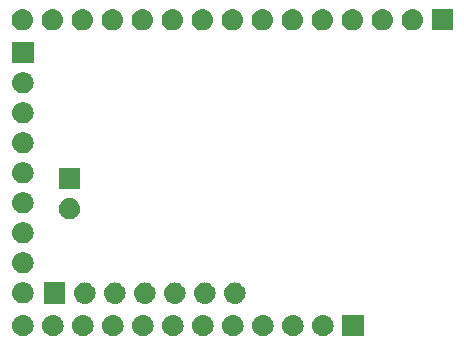
<source format=gbs>
G04 #@! TF.GenerationSoftware,KiCad,Pcbnew,5.0.2-bee76a0~70~ubuntu14.04.1*
G04 #@! TF.CreationDate,2018-12-07T19:13:15-07:00*
G04 #@! TF.ProjectId,sram-addon,7372616d-2d61-4646-946f-6e2e6b696361,rev?*
G04 #@! TF.SameCoordinates,Original*
G04 #@! TF.FileFunction,Soldermask,Bot*
G04 #@! TF.FilePolarity,Negative*
%FSLAX46Y46*%
G04 Gerber Fmt 4.6, Leading zero omitted, Abs format (unit mm)*
G04 Created by KiCad (PCBNEW 5.0.2-bee76a0~70~ubuntu14.04.1) date Fri 07 Dec 2018 07:13:15 PM MST*
%MOMM*%
%LPD*%
G01*
G04 APERTURE LIST*
%ADD10C,0.100000*%
G04 APERTURE END LIST*
D10*
G36*
X109460442Y-100205518D02*
X109526627Y-100212037D01*
X109639853Y-100246384D01*
X109696467Y-100263557D01*
X109835087Y-100337652D01*
X109852991Y-100347222D01*
X109888729Y-100376552D01*
X109990186Y-100459814D01*
X110073448Y-100561271D01*
X110102778Y-100597009D01*
X110102779Y-100597011D01*
X110186443Y-100753533D01*
X110186443Y-100753534D01*
X110237963Y-100923373D01*
X110255359Y-101100000D01*
X110237963Y-101276627D01*
X110203616Y-101389853D01*
X110186443Y-101446467D01*
X110112348Y-101585087D01*
X110102778Y-101602991D01*
X110073448Y-101638729D01*
X109990186Y-101740186D01*
X109888729Y-101823448D01*
X109852991Y-101852778D01*
X109852989Y-101852779D01*
X109696467Y-101936443D01*
X109639853Y-101953616D01*
X109526627Y-101987963D01*
X109460442Y-101994482D01*
X109394260Y-102001000D01*
X109305740Y-102001000D01*
X109239558Y-101994482D01*
X109173373Y-101987963D01*
X109060147Y-101953616D01*
X109003533Y-101936443D01*
X108847011Y-101852779D01*
X108847009Y-101852778D01*
X108811271Y-101823448D01*
X108709814Y-101740186D01*
X108626552Y-101638729D01*
X108597222Y-101602991D01*
X108587652Y-101585087D01*
X108513557Y-101446467D01*
X108496384Y-101389853D01*
X108462037Y-101276627D01*
X108444641Y-101100000D01*
X108462037Y-100923373D01*
X108513557Y-100753534D01*
X108513557Y-100753533D01*
X108597221Y-100597011D01*
X108597222Y-100597009D01*
X108626552Y-100561271D01*
X108709814Y-100459814D01*
X108811271Y-100376552D01*
X108847009Y-100347222D01*
X108864913Y-100337652D01*
X109003533Y-100263557D01*
X109060147Y-100246384D01*
X109173373Y-100212037D01*
X109239558Y-100205518D01*
X109305740Y-100199000D01*
X109394260Y-100199000D01*
X109460442Y-100205518D01*
X109460442Y-100205518D01*
G37*
G36*
X134860442Y-100205518D02*
X134926627Y-100212037D01*
X135039853Y-100246384D01*
X135096467Y-100263557D01*
X135235087Y-100337652D01*
X135252991Y-100347222D01*
X135288729Y-100376552D01*
X135390186Y-100459814D01*
X135473448Y-100561271D01*
X135502778Y-100597009D01*
X135502779Y-100597011D01*
X135586443Y-100753533D01*
X135586443Y-100753534D01*
X135637963Y-100923373D01*
X135655359Y-101100000D01*
X135637963Y-101276627D01*
X135603616Y-101389853D01*
X135586443Y-101446467D01*
X135512348Y-101585087D01*
X135502778Y-101602991D01*
X135473448Y-101638729D01*
X135390186Y-101740186D01*
X135288729Y-101823448D01*
X135252991Y-101852778D01*
X135252989Y-101852779D01*
X135096467Y-101936443D01*
X135039853Y-101953616D01*
X134926627Y-101987963D01*
X134860442Y-101994482D01*
X134794260Y-102001000D01*
X134705740Y-102001000D01*
X134639558Y-101994482D01*
X134573373Y-101987963D01*
X134460147Y-101953616D01*
X134403533Y-101936443D01*
X134247011Y-101852779D01*
X134247009Y-101852778D01*
X134211271Y-101823448D01*
X134109814Y-101740186D01*
X134026552Y-101638729D01*
X133997222Y-101602991D01*
X133987652Y-101585087D01*
X133913557Y-101446467D01*
X133896384Y-101389853D01*
X133862037Y-101276627D01*
X133844641Y-101100000D01*
X133862037Y-100923373D01*
X133913557Y-100753534D01*
X133913557Y-100753533D01*
X133997221Y-100597011D01*
X133997222Y-100597009D01*
X134026552Y-100561271D01*
X134109814Y-100459814D01*
X134211271Y-100376552D01*
X134247009Y-100347222D01*
X134264913Y-100337652D01*
X134403533Y-100263557D01*
X134460147Y-100246384D01*
X134573373Y-100212037D01*
X134639558Y-100205518D01*
X134705740Y-100199000D01*
X134794260Y-100199000D01*
X134860442Y-100205518D01*
X134860442Y-100205518D01*
G37*
G36*
X112000442Y-100205518D02*
X112066627Y-100212037D01*
X112179853Y-100246384D01*
X112236467Y-100263557D01*
X112375087Y-100337652D01*
X112392991Y-100347222D01*
X112428729Y-100376552D01*
X112530186Y-100459814D01*
X112613448Y-100561271D01*
X112642778Y-100597009D01*
X112642779Y-100597011D01*
X112726443Y-100753533D01*
X112726443Y-100753534D01*
X112777963Y-100923373D01*
X112795359Y-101100000D01*
X112777963Y-101276627D01*
X112743616Y-101389853D01*
X112726443Y-101446467D01*
X112652348Y-101585087D01*
X112642778Y-101602991D01*
X112613448Y-101638729D01*
X112530186Y-101740186D01*
X112428729Y-101823448D01*
X112392991Y-101852778D01*
X112392989Y-101852779D01*
X112236467Y-101936443D01*
X112179853Y-101953616D01*
X112066627Y-101987963D01*
X112000442Y-101994482D01*
X111934260Y-102001000D01*
X111845740Y-102001000D01*
X111779558Y-101994482D01*
X111713373Y-101987963D01*
X111600147Y-101953616D01*
X111543533Y-101936443D01*
X111387011Y-101852779D01*
X111387009Y-101852778D01*
X111351271Y-101823448D01*
X111249814Y-101740186D01*
X111166552Y-101638729D01*
X111137222Y-101602991D01*
X111127652Y-101585087D01*
X111053557Y-101446467D01*
X111036384Y-101389853D01*
X111002037Y-101276627D01*
X110984641Y-101100000D01*
X111002037Y-100923373D01*
X111053557Y-100753534D01*
X111053557Y-100753533D01*
X111137221Y-100597011D01*
X111137222Y-100597009D01*
X111166552Y-100561271D01*
X111249814Y-100459814D01*
X111351271Y-100376552D01*
X111387009Y-100347222D01*
X111404913Y-100337652D01*
X111543533Y-100263557D01*
X111600147Y-100246384D01*
X111713373Y-100212037D01*
X111779558Y-100205518D01*
X111845740Y-100199000D01*
X111934260Y-100199000D01*
X112000442Y-100205518D01*
X112000442Y-100205518D01*
G37*
G36*
X114540442Y-100205518D02*
X114606627Y-100212037D01*
X114719853Y-100246384D01*
X114776467Y-100263557D01*
X114915087Y-100337652D01*
X114932991Y-100347222D01*
X114968729Y-100376552D01*
X115070186Y-100459814D01*
X115153448Y-100561271D01*
X115182778Y-100597009D01*
X115182779Y-100597011D01*
X115266443Y-100753533D01*
X115266443Y-100753534D01*
X115317963Y-100923373D01*
X115335359Y-101100000D01*
X115317963Y-101276627D01*
X115283616Y-101389853D01*
X115266443Y-101446467D01*
X115192348Y-101585087D01*
X115182778Y-101602991D01*
X115153448Y-101638729D01*
X115070186Y-101740186D01*
X114968729Y-101823448D01*
X114932991Y-101852778D01*
X114932989Y-101852779D01*
X114776467Y-101936443D01*
X114719853Y-101953616D01*
X114606627Y-101987963D01*
X114540442Y-101994482D01*
X114474260Y-102001000D01*
X114385740Y-102001000D01*
X114319558Y-101994482D01*
X114253373Y-101987963D01*
X114140147Y-101953616D01*
X114083533Y-101936443D01*
X113927011Y-101852779D01*
X113927009Y-101852778D01*
X113891271Y-101823448D01*
X113789814Y-101740186D01*
X113706552Y-101638729D01*
X113677222Y-101602991D01*
X113667652Y-101585087D01*
X113593557Y-101446467D01*
X113576384Y-101389853D01*
X113542037Y-101276627D01*
X113524641Y-101100000D01*
X113542037Y-100923373D01*
X113593557Y-100753534D01*
X113593557Y-100753533D01*
X113677221Y-100597011D01*
X113677222Y-100597009D01*
X113706552Y-100561271D01*
X113789814Y-100459814D01*
X113891271Y-100376552D01*
X113927009Y-100347222D01*
X113944913Y-100337652D01*
X114083533Y-100263557D01*
X114140147Y-100246384D01*
X114253373Y-100212037D01*
X114319558Y-100205518D01*
X114385740Y-100199000D01*
X114474260Y-100199000D01*
X114540442Y-100205518D01*
X114540442Y-100205518D01*
G37*
G36*
X117080442Y-100205518D02*
X117146627Y-100212037D01*
X117259853Y-100246384D01*
X117316467Y-100263557D01*
X117455087Y-100337652D01*
X117472991Y-100347222D01*
X117508729Y-100376552D01*
X117610186Y-100459814D01*
X117693448Y-100561271D01*
X117722778Y-100597009D01*
X117722779Y-100597011D01*
X117806443Y-100753533D01*
X117806443Y-100753534D01*
X117857963Y-100923373D01*
X117875359Y-101100000D01*
X117857963Y-101276627D01*
X117823616Y-101389853D01*
X117806443Y-101446467D01*
X117732348Y-101585087D01*
X117722778Y-101602991D01*
X117693448Y-101638729D01*
X117610186Y-101740186D01*
X117508729Y-101823448D01*
X117472991Y-101852778D01*
X117472989Y-101852779D01*
X117316467Y-101936443D01*
X117259853Y-101953616D01*
X117146627Y-101987963D01*
X117080442Y-101994482D01*
X117014260Y-102001000D01*
X116925740Y-102001000D01*
X116859558Y-101994482D01*
X116793373Y-101987963D01*
X116680147Y-101953616D01*
X116623533Y-101936443D01*
X116467011Y-101852779D01*
X116467009Y-101852778D01*
X116431271Y-101823448D01*
X116329814Y-101740186D01*
X116246552Y-101638729D01*
X116217222Y-101602991D01*
X116207652Y-101585087D01*
X116133557Y-101446467D01*
X116116384Y-101389853D01*
X116082037Y-101276627D01*
X116064641Y-101100000D01*
X116082037Y-100923373D01*
X116133557Y-100753534D01*
X116133557Y-100753533D01*
X116217221Y-100597011D01*
X116217222Y-100597009D01*
X116246552Y-100561271D01*
X116329814Y-100459814D01*
X116431271Y-100376552D01*
X116467009Y-100347222D01*
X116484913Y-100337652D01*
X116623533Y-100263557D01*
X116680147Y-100246384D01*
X116793373Y-100212037D01*
X116859558Y-100205518D01*
X116925740Y-100199000D01*
X117014260Y-100199000D01*
X117080442Y-100205518D01*
X117080442Y-100205518D01*
G37*
G36*
X119620442Y-100205518D02*
X119686627Y-100212037D01*
X119799853Y-100246384D01*
X119856467Y-100263557D01*
X119995087Y-100337652D01*
X120012991Y-100347222D01*
X120048729Y-100376552D01*
X120150186Y-100459814D01*
X120233448Y-100561271D01*
X120262778Y-100597009D01*
X120262779Y-100597011D01*
X120346443Y-100753533D01*
X120346443Y-100753534D01*
X120397963Y-100923373D01*
X120415359Y-101100000D01*
X120397963Y-101276627D01*
X120363616Y-101389853D01*
X120346443Y-101446467D01*
X120272348Y-101585087D01*
X120262778Y-101602991D01*
X120233448Y-101638729D01*
X120150186Y-101740186D01*
X120048729Y-101823448D01*
X120012991Y-101852778D01*
X120012989Y-101852779D01*
X119856467Y-101936443D01*
X119799853Y-101953616D01*
X119686627Y-101987963D01*
X119620442Y-101994482D01*
X119554260Y-102001000D01*
X119465740Y-102001000D01*
X119399558Y-101994482D01*
X119333373Y-101987963D01*
X119220147Y-101953616D01*
X119163533Y-101936443D01*
X119007011Y-101852779D01*
X119007009Y-101852778D01*
X118971271Y-101823448D01*
X118869814Y-101740186D01*
X118786552Y-101638729D01*
X118757222Y-101602991D01*
X118747652Y-101585087D01*
X118673557Y-101446467D01*
X118656384Y-101389853D01*
X118622037Y-101276627D01*
X118604641Y-101100000D01*
X118622037Y-100923373D01*
X118673557Y-100753534D01*
X118673557Y-100753533D01*
X118757221Y-100597011D01*
X118757222Y-100597009D01*
X118786552Y-100561271D01*
X118869814Y-100459814D01*
X118971271Y-100376552D01*
X119007009Y-100347222D01*
X119024913Y-100337652D01*
X119163533Y-100263557D01*
X119220147Y-100246384D01*
X119333373Y-100212037D01*
X119399558Y-100205518D01*
X119465740Y-100199000D01*
X119554260Y-100199000D01*
X119620442Y-100205518D01*
X119620442Y-100205518D01*
G37*
G36*
X124700442Y-100205518D02*
X124766627Y-100212037D01*
X124879853Y-100246384D01*
X124936467Y-100263557D01*
X125075087Y-100337652D01*
X125092991Y-100347222D01*
X125128729Y-100376552D01*
X125230186Y-100459814D01*
X125313448Y-100561271D01*
X125342778Y-100597009D01*
X125342779Y-100597011D01*
X125426443Y-100753533D01*
X125426443Y-100753534D01*
X125477963Y-100923373D01*
X125495359Y-101100000D01*
X125477963Y-101276627D01*
X125443616Y-101389853D01*
X125426443Y-101446467D01*
X125352348Y-101585087D01*
X125342778Y-101602991D01*
X125313448Y-101638729D01*
X125230186Y-101740186D01*
X125128729Y-101823448D01*
X125092991Y-101852778D01*
X125092989Y-101852779D01*
X124936467Y-101936443D01*
X124879853Y-101953616D01*
X124766627Y-101987963D01*
X124700442Y-101994482D01*
X124634260Y-102001000D01*
X124545740Y-102001000D01*
X124479558Y-101994482D01*
X124413373Y-101987963D01*
X124300147Y-101953616D01*
X124243533Y-101936443D01*
X124087011Y-101852779D01*
X124087009Y-101852778D01*
X124051271Y-101823448D01*
X123949814Y-101740186D01*
X123866552Y-101638729D01*
X123837222Y-101602991D01*
X123827652Y-101585087D01*
X123753557Y-101446467D01*
X123736384Y-101389853D01*
X123702037Y-101276627D01*
X123684641Y-101100000D01*
X123702037Y-100923373D01*
X123753557Y-100753534D01*
X123753557Y-100753533D01*
X123837221Y-100597011D01*
X123837222Y-100597009D01*
X123866552Y-100561271D01*
X123949814Y-100459814D01*
X124051271Y-100376552D01*
X124087009Y-100347222D01*
X124104913Y-100337652D01*
X124243533Y-100263557D01*
X124300147Y-100246384D01*
X124413373Y-100212037D01*
X124479558Y-100205518D01*
X124545740Y-100199000D01*
X124634260Y-100199000D01*
X124700442Y-100205518D01*
X124700442Y-100205518D01*
G37*
G36*
X138191000Y-102001000D02*
X136389000Y-102001000D01*
X136389000Y-100199000D01*
X138191000Y-100199000D01*
X138191000Y-102001000D01*
X138191000Y-102001000D01*
G37*
G36*
X132320442Y-100205518D02*
X132386627Y-100212037D01*
X132499853Y-100246384D01*
X132556467Y-100263557D01*
X132695087Y-100337652D01*
X132712991Y-100347222D01*
X132748729Y-100376552D01*
X132850186Y-100459814D01*
X132933448Y-100561271D01*
X132962778Y-100597009D01*
X132962779Y-100597011D01*
X133046443Y-100753533D01*
X133046443Y-100753534D01*
X133097963Y-100923373D01*
X133115359Y-101100000D01*
X133097963Y-101276627D01*
X133063616Y-101389853D01*
X133046443Y-101446467D01*
X132972348Y-101585087D01*
X132962778Y-101602991D01*
X132933448Y-101638729D01*
X132850186Y-101740186D01*
X132748729Y-101823448D01*
X132712991Y-101852778D01*
X132712989Y-101852779D01*
X132556467Y-101936443D01*
X132499853Y-101953616D01*
X132386627Y-101987963D01*
X132320442Y-101994482D01*
X132254260Y-102001000D01*
X132165740Y-102001000D01*
X132099558Y-101994482D01*
X132033373Y-101987963D01*
X131920147Y-101953616D01*
X131863533Y-101936443D01*
X131707011Y-101852779D01*
X131707009Y-101852778D01*
X131671271Y-101823448D01*
X131569814Y-101740186D01*
X131486552Y-101638729D01*
X131457222Y-101602991D01*
X131447652Y-101585087D01*
X131373557Y-101446467D01*
X131356384Y-101389853D01*
X131322037Y-101276627D01*
X131304641Y-101100000D01*
X131322037Y-100923373D01*
X131373557Y-100753534D01*
X131373557Y-100753533D01*
X131457221Y-100597011D01*
X131457222Y-100597009D01*
X131486552Y-100561271D01*
X131569814Y-100459814D01*
X131671271Y-100376552D01*
X131707009Y-100347222D01*
X131724913Y-100337652D01*
X131863533Y-100263557D01*
X131920147Y-100246384D01*
X132033373Y-100212037D01*
X132099558Y-100205518D01*
X132165740Y-100199000D01*
X132254260Y-100199000D01*
X132320442Y-100205518D01*
X132320442Y-100205518D01*
G37*
G36*
X129780442Y-100205518D02*
X129846627Y-100212037D01*
X129959853Y-100246384D01*
X130016467Y-100263557D01*
X130155087Y-100337652D01*
X130172991Y-100347222D01*
X130208729Y-100376552D01*
X130310186Y-100459814D01*
X130393448Y-100561271D01*
X130422778Y-100597009D01*
X130422779Y-100597011D01*
X130506443Y-100753533D01*
X130506443Y-100753534D01*
X130557963Y-100923373D01*
X130575359Y-101100000D01*
X130557963Y-101276627D01*
X130523616Y-101389853D01*
X130506443Y-101446467D01*
X130432348Y-101585087D01*
X130422778Y-101602991D01*
X130393448Y-101638729D01*
X130310186Y-101740186D01*
X130208729Y-101823448D01*
X130172991Y-101852778D01*
X130172989Y-101852779D01*
X130016467Y-101936443D01*
X129959853Y-101953616D01*
X129846627Y-101987963D01*
X129780442Y-101994482D01*
X129714260Y-102001000D01*
X129625740Y-102001000D01*
X129559558Y-101994482D01*
X129493373Y-101987963D01*
X129380147Y-101953616D01*
X129323533Y-101936443D01*
X129167011Y-101852779D01*
X129167009Y-101852778D01*
X129131271Y-101823448D01*
X129029814Y-101740186D01*
X128946552Y-101638729D01*
X128917222Y-101602991D01*
X128907652Y-101585087D01*
X128833557Y-101446467D01*
X128816384Y-101389853D01*
X128782037Y-101276627D01*
X128764641Y-101100000D01*
X128782037Y-100923373D01*
X128833557Y-100753534D01*
X128833557Y-100753533D01*
X128917221Y-100597011D01*
X128917222Y-100597009D01*
X128946552Y-100561271D01*
X129029814Y-100459814D01*
X129131271Y-100376552D01*
X129167009Y-100347222D01*
X129184913Y-100337652D01*
X129323533Y-100263557D01*
X129380147Y-100246384D01*
X129493373Y-100212037D01*
X129559558Y-100205518D01*
X129625740Y-100199000D01*
X129714260Y-100199000D01*
X129780442Y-100205518D01*
X129780442Y-100205518D01*
G37*
G36*
X127240442Y-100205518D02*
X127306627Y-100212037D01*
X127419853Y-100246384D01*
X127476467Y-100263557D01*
X127615087Y-100337652D01*
X127632991Y-100347222D01*
X127668729Y-100376552D01*
X127770186Y-100459814D01*
X127853448Y-100561271D01*
X127882778Y-100597009D01*
X127882779Y-100597011D01*
X127966443Y-100753533D01*
X127966443Y-100753534D01*
X128017963Y-100923373D01*
X128035359Y-101100000D01*
X128017963Y-101276627D01*
X127983616Y-101389853D01*
X127966443Y-101446467D01*
X127892348Y-101585087D01*
X127882778Y-101602991D01*
X127853448Y-101638729D01*
X127770186Y-101740186D01*
X127668729Y-101823448D01*
X127632991Y-101852778D01*
X127632989Y-101852779D01*
X127476467Y-101936443D01*
X127419853Y-101953616D01*
X127306627Y-101987963D01*
X127240442Y-101994482D01*
X127174260Y-102001000D01*
X127085740Y-102001000D01*
X127019558Y-101994482D01*
X126953373Y-101987963D01*
X126840147Y-101953616D01*
X126783533Y-101936443D01*
X126627011Y-101852779D01*
X126627009Y-101852778D01*
X126591271Y-101823448D01*
X126489814Y-101740186D01*
X126406552Y-101638729D01*
X126377222Y-101602991D01*
X126367652Y-101585087D01*
X126293557Y-101446467D01*
X126276384Y-101389853D01*
X126242037Y-101276627D01*
X126224641Y-101100000D01*
X126242037Y-100923373D01*
X126293557Y-100753534D01*
X126293557Y-100753533D01*
X126377221Y-100597011D01*
X126377222Y-100597009D01*
X126406552Y-100561271D01*
X126489814Y-100459814D01*
X126591271Y-100376552D01*
X126627009Y-100347222D01*
X126644913Y-100337652D01*
X126783533Y-100263557D01*
X126840147Y-100246384D01*
X126953373Y-100212037D01*
X127019558Y-100205518D01*
X127085740Y-100199000D01*
X127174260Y-100199000D01*
X127240442Y-100205518D01*
X127240442Y-100205518D01*
G37*
G36*
X122160442Y-100205518D02*
X122226627Y-100212037D01*
X122339853Y-100246384D01*
X122396467Y-100263557D01*
X122535087Y-100337652D01*
X122552991Y-100347222D01*
X122588729Y-100376552D01*
X122690186Y-100459814D01*
X122773448Y-100561271D01*
X122802778Y-100597009D01*
X122802779Y-100597011D01*
X122886443Y-100753533D01*
X122886443Y-100753534D01*
X122937963Y-100923373D01*
X122955359Y-101100000D01*
X122937963Y-101276627D01*
X122903616Y-101389853D01*
X122886443Y-101446467D01*
X122812348Y-101585087D01*
X122802778Y-101602991D01*
X122773448Y-101638729D01*
X122690186Y-101740186D01*
X122588729Y-101823448D01*
X122552991Y-101852778D01*
X122552989Y-101852779D01*
X122396467Y-101936443D01*
X122339853Y-101953616D01*
X122226627Y-101987963D01*
X122160442Y-101994482D01*
X122094260Y-102001000D01*
X122005740Y-102001000D01*
X121939558Y-101994482D01*
X121873373Y-101987963D01*
X121760147Y-101953616D01*
X121703533Y-101936443D01*
X121547011Y-101852779D01*
X121547009Y-101852778D01*
X121511271Y-101823448D01*
X121409814Y-101740186D01*
X121326552Y-101638729D01*
X121297222Y-101602991D01*
X121287652Y-101585087D01*
X121213557Y-101446467D01*
X121196384Y-101389853D01*
X121162037Y-101276627D01*
X121144641Y-101100000D01*
X121162037Y-100923373D01*
X121213557Y-100753534D01*
X121213557Y-100753533D01*
X121297221Y-100597011D01*
X121297222Y-100597009D01*
X121326552Y-100561271D01*
X121409814Y-100459814D01*
X121511271Y-100376552D01*
X121547009Y-100347222D01*
X121564913Y-100337652D01*
X121703533Y-100263557D01*
X121760147Y-100246384D01*
X121873373Y-100212037D01*
X121939558Y-100205518D01*
X122005740Y-100199000D01*
X122094260Y-100199000D01*
X122160442Y-100205518D01*
X122160442Y-100205518D01*
G37*
G36*
X127400443Y-97455519D02*
X127466627Y-97462037D01*
X127579853Y-97496384D01*
X127636467Y-97513557D01*
X127775087Y-97587652D01*
X127792991Y-97597222D01*
X127828729Y-97626552D01*
X127930186Y-97709814D01*
X128013448Y-97811271D01*
X128042778Y-97847009D01*
X128042779Y-97847011D01*
X128126443Y-98003533D01*
X128126443Y-98003534D01*
X128177963Y-98173373D01*
X128195359Y-98350000D01*
X128177963Y-98526627D01*
X128143616Y-98639853D01*
X128126443Y-98696467D01*
X128052348Y-98835087D01*
X128042778Y-98852991D01*
X128013448Y-98888729D01*
X127930186Y-98990186D01*
X127829546Y-99072778D01*
X127792991Y-99102778D01*
X127792989Y-99102779D01*
X127636467Y-99186443D01*
X127579853Y-99203616D01*
X127466627Y-99237963D01*
X127400443Y-99244481D01*
X127334260Y-99251000D01*
X127245740Y-99251000D01*
X127179557Y-99244481D01*
X127113373Y-99237963D01*
X127000147Y-99203616D01*
X126943533Y-99186443D01*
X126787011Y-99102779D01*
X126787009Y-99102778D01*
X126750454Y-99072778D01*
X126649814Y-98990186D01*
X126566552Y-98888729D01*
X126537222Y-98852991D01*
X126527652Y-98835087D01*
X126453557Y-98696467D01*
X126436384Y-98639853D01*
X126402037Y-98526627D01*
X126384641Y-98350000D01*
X126402037Y-98173373D01*
X126453557Y-98003534D01*
X126453557Y-98003533D01*
X126537221Y-97847011D01*
X126537222Y-97847009D01*
X126566552Y-97811271D01*
X126649814Y-97709814D01*
X126751271Y-97626552D01*
X126787009Y-97597222D01*
X126804913Y-97587652D01*
X126943533Y-97513557D01*
X127000147Y-97496384D01*
X127113373Y-97462037D01*
X127179557Y-97455519D01*
X127245740Y-97449000D01*
X127334260Y-97449000D01*
X127400443Y-97455519D01*
X127400443Y-97455519D01*
G37*
G36*
X124860443Y-97455519D02*
X124926627Y-97462037D01*
X125039853Y-97496384D01*
X125096467Y-97513557D01*
X125235087Y-97587652D01*
X125252991Y-97597222D01*
X125288729Y-97626552D01*
X125390186Y-97709814D01*
X125473448Y-97811271D01*
X125502778Y-97847009D01*
X125502779Y-97847011D01*
X125586443Y-98003533D01*
X125586443Y-98003534D01*
X125637963Y-98173373D01*
X125655359Y-98350000D01*
X125637963Y-98526627D01*
X125603616Y-98639853D01*
X125586443Y-98696467D01*
X125512348Y-98835087D01*
X125502778Y-98852991D01*
X125473448Y-98888729D01*
X125390186Y-98990186D01*
X125289546Y-99072778D01*
X125252991Y-99102778D01*
X125252989Y-99102779D01*
X125096467Y-99186443D01*
X125039853Y-99203616D01*
X124926627Y-99237963D01*
X124860443Y-99244481D01*
X124794260Y-99251000D01*
X124705740Y-99251000D01*
X124639557Y-99244481D01*
X124573373Y-99237963D01*
X124460147Y-99203616D01*
X124403533Y-99186443D01*
X124247011Y-99102779D01*
X124247009Y-99102778D01*
X124210454Y-99072778D01*
X124109814Y-98990186D01*
X124026552Y-98888729D01*
X123997222Y-98852991D01*
X123987652Y-98835087D01*
X123913557Y-98696467D01*
X123896384Y-98639853D01*
X123862037Y-98526627D01*
X123844641Y-98350000D01*
X123862037Y-98173373D01*
X123913557Y-98003534D01*
X123913557Y-98003533D01*
X123997221Y-97847011D01*
X123997222Y-97847009D01*
X124026552Y-97811271D01*
X124109814Y-97709814D01*
X124211271Y-97626552D01*
X124247009Y-97597222D01*
X124264913Y-97587652D01*
X124403533Y-97513557D01*
X124460147Y-97496384D01*
X124573373Y-97462037D01*
X124639557Y-97455519D01*
X124705740Y-97449000D01*
X124794260Y-97449000D01*
X124860443Y-97455519D01*
X124860443Y-97455519D01*
G37*
G36*
X112951000Y-99251000D02*
X111149000Y-99251000D01*
X111149000Y-97449000D01*
X112951000Y-97449000D01*
X112951000Y-99251000D01*
X112951000Y-99251000D01*
G37*
G36*
X114700443Y-97455519D02*
X114766627Y-97462037D01*
X114879853Y-97496384D01*
X114936467Y-97513557D01*
X115075087Y-97587652D01*
X115092991Y-97597222D01*
X115128729Y-97626552D01*
X115230186Y-97709814D01*
X115313448Y-97811271D01*
X115342778Y-97847009D01*
X115342779Y-97847011D01*
X115426443Y-98003533D01*
X115426443Y-98003534D01*
X115477963Y-98173373D01*
X115495359Y-98350000D01*
X115477963Y-98526627D01*
X115443616Y-98639853D01*
X115426443Y-98696467D01*
X115352348Y-98835087D01*
X115342778Y-98852991D01*
X115313448Y-98888729D01*
X115230186Y-98990186D01*
X115129546Y-99072778D01*
X115092991Y-99102778D01*
X115092989Y-99102779D01*
X114936467Y-99186443D01*
X114879853Y-99203616D01*
X114766627Y-99237963D01*
X114700443Y-99244481D01*
X114634260Y-99251000D01*
X114545740Y-99251000D01*
X114479557Y-99244481D01*
X114413373Y-99237963D01*
X114300147Y-99203616D01*
X114243533Y-99186443D01*
X114087011Y-99102779D01*
X114087009Y-99102778D01*
X114050454Y-99072778D01*
X113949814Y-98990186D01*
X113866552Y-98888729D01*
X113837222Y-98852991D01*
X113827652Y-98835087D01*
X113753557Y-98696467D01*
X113736384Y-98639853D01*
X113702037Y-98526627D01*
X113684641Y-98350000D01*
X113702037Y-98173373D01*
X113753557Y-98003534D01*
X113753557Y-98003533D01*
X113837221Y-97847011D01*
X113837222Y-97847009D01*
X113866552Y-97811271D01*
X113949814Y-97709814D01*
X114051271Y-97626552D01*
X114087009Y-97597222D01*
X114104913Y-97587652D01*
X114243533Y-97513557D01*
X114300147Y-97496384D01*
X114413373Y-97462037D01*
X114479557Y-97455519D01*
X114545740Y-97449000D01*
X114634260Y-97449000D01*
X114700443Y-97455519D01*
X114700443Y-97455519D01*
G37*
G36*
X117240443Y-97455519D02*
X117306627Y-97462037D01*
X117419853Y-97496384D01*
X117476467Y-97513557D01*
X117615087Y-97587652D01*
X117632991Y-97597222D01*
X117668729Y-97626552D01*
X117770186Y-97709814D01*
X117853448Y-97811271D01*
X117882778Y-97847009D01*
X117882779Y-97847011D01*
X117966443Y-98003533D01*
X117966443Y-98003534D01*
X118017963Y-98173373D01*
X118035359Y-98350000D01*
X118017963Y-98526627D01*
X117983616Y-98639853D01*
X117966443Y-98696467D01*
X117892348Y-98835087D01*
X117882778Y-98852991D01*
X117853448Y-98888729D01*
X117770186Y-98990186D01*
X117669546Y-99072778D01*
X117632991Y-99102778D01*
X117632989Y-99102779D01*
X117476467Y-99186443D01*
X117419853Y-99203616D01*
X117306627Y-99237963D01*
X117240443Y-99244481D01*
X117174260Y-99251000D01*
X117085740Y-99251000D01*
X117019557Y-99244481D01*
X116953373Y-99237963D01*
X116840147Y-99203616D01*
X116783533Y-99186443D01*
X116627011Y-99102779D01*
X116627009Y-99102778D01*
X116590454Y-99072778D01*
X116489814Y-98990186D01*
X116406552Y-98888729D01*
X116377222Y-98852991D01*
X116367652Y-98835087D01*
X116293557Y-98696467D01*
X116276384Y-98639853D01*
X116242037Y-98526627D01*
X116224641Y-98350000D01*
X116242037Y-98173373D01*
X116293557Y-98003534D01*
X116293557Y-98003533D01*
X116377221Y-97847011D01*
X116377222Y-97847009D01*
X116406552Y-97811271D01*
X116489814Y-97709814D01*
X116591271Y-97626552D01*
X116627009Y-97597222D01*
X116644913Y-97587652D01*
X116783533Y-97513557D01*
X116840147Y-97496384D01*
X116953373Y-97462037D01*
X117019557Y-97455519D01*
X117085740Y-97449000D01*
X117174260Y-97449000D01*
X117240443Y-97455519D01*
X117240443Y-97455519D01*
G37*
G36*
X119780443Y-97455519D02*
X119846627Y-97462037D01*
X119959853Y-97496384D01*
X120016467Y-97513557D01*
X120155087Y-97587652D01*
X120172991Y-97597222D01*
X120208729Y-97626552D01*
X120310186Y-97709814D01*
X120393448Y-97811271D01*
X120422778Y-97847009D01*
X120422779Y-97847011D01*
X120506443Y-98003533D01*
X120506443Y-98003534D01*
X120557963Y-98173373D01*
X120575359Y-98350000D01*
X120557963Y-98526627D01*
X120523616Y-98639853D01*
X120506443Y-98696467D01*
X120432348Y-98835087D01*
X120422778Y-98852991D01*
X120393448Y-98888729D01*
X120310186Y-98990186D01*
X120209546Y-99072778D01*
X120172991Y-99102778D01*
X120172989Y-99102779D01*
X120016467Y-99186443D01*
X119959853Y-99203616D01*
X119846627Y-99237963D01*
X119780443Y-99244481D01*
X119714260Y-99251000D01*
X119625740Y-99251000D01*
X119559557Y-99244481D01*
X119493373Y-99237963D01*
X119380147Y-99203616D01*
X119323533Y-99186443D01*
X119167011Y-99102779D01*
X119167009Y-99102778D01*
X119130454Y-99072778D01*
X119029814Y-98990186D01*
X118946552Y-98888729D01*
X118917222Y-98852991D01*
X118907652Y-98835087D01*
X118833557Y-98696467D01*
X118816384Y-98639853D01*
X118782037Y-98526627D01*
X118764641Y-98350000D01*
X118782037Y-98173373D01*
X118833557Y-98003534D01*
X118833557Y-98003533D01*
X118917221Y-97847011D01*
X118917222Y-97847009D01*
X118946552Y-97811271D01*
X119029814Y-97709814D01*
X119131271Y-97626552D01*
X119167009Y-97597222D01*
X119184913Y-97587652D01*
X119323533Y-97513557D01*
X119380147Y-97496384D01*
X119493373Y-97462037D01*
X119559557Y-97455519D01*
X119625740Y-97449000D01*
X119714260Y-97449000D01*
X119780443Y-97455519D01*
X119780443Y-97455519D01*
G37*
G36*
X122320443Y-97455519D02*
X122386627Y-97462037D01*
X122499853Y-97496384D01*
X122556467Y-97513557D01*
X122695087Y-97587652D01*
X122712991Y-97597222D01*
X122748729Y-97626552D01*
X122850186Y-97709814D01*
X122933448Y-97811271D01*
X122962778Y-97847009D01*
X122962779Y-97847011D01*
X123046443Y-98003533D01*
X123046443Y-98003534D01*
X123097963Y-98173373D01*
X123115359Y-98350000D01*
X123097963Y-98526627D01*
X123063616Y-98639853D01*
X123046443Y-98696467D01*
X122972348Y-98835087D01*
X122962778Y-98852991D01*
X122933448Y-98888729D01*
X122850186Y-98990186D01*
X122749546Y-99072778D01*
X122712991Y-99102778D01*
X122712989Y-99102779D01*
X122556467Y-99186443D01*
X122499853Y-99203616D01*
X122386627Y-99237963D01*
X122320443Y-99244481D01*
X122254260Y-99251000D01*
X122165740Y-99251000D01*
X122099557Y-99244481D01*
X122033373Y-99237963D01*
X121920147Y-99203616D01*
X121863533Y-99186443D01*
X121707011Y-99102779D01*
X121707009Y-99102778D01*
X121670454Y-99072778D01*
X121569814Y-98990186D01*
X121486552Y-98888729D01*
X121457222Y-98852991D01*
X121447652Y-98835087D01*
X121373557Y-98696467D01*
X121356384Y-98639853D01*
X121322037Y-98526627D01*
X121304641Y-98350000D01*
X121322037Y-98173373D01*
X121373557Y-98003534D01*
X121373557Y-98003533D01*
X121457221Y-97847011D01*
X121457222Y-97847009D01*
X121486552Y-97811271D01*
X121569814Y-97709814D01*
X121671271Y-97626552D01*
X121707009Y-97597222D01*
X121724913Y-97587652D01*
X121863533Y-97513557D01*
X121920147Y-97496384D01*
X122033373Y-97462037D01*
X122099557Y-97455519D01*
X122165740Y-97449000D01*
X122254260Y-97449000D01*
X122320443Y-97455519D01*
X122320443Y-97455519D01*
G37*
G36*
X109460443Y-97425519D02*
X109526627Y-97432037D01*
X109625524Y-97462037D01*
X109696467Y-97483557D01*
X109752592Y-97513557D01*
X109852991Y-97567222D01*
X109888729Y-97596552D01*
X109990186Y-97679814D01*
X110073448Y-97781271D01*
X110102778Y-97817009D01*
X110102779Y-97817011D01*
X110186443Y-97973533D01*
X110203616Y-98030147D01*
X110237963Y-98143373D01*
X110255359Y-98320000D01*
X110237963Y-98496627D01*
X110203616Y-98609853D01*
X110186443Y-98666467D01*
X110170408Y-98696466D01*
X110102778Y-98822991D01*
X110078159Y-98852989D01*
X109990186Y-98960186D01*
X109888729Y-99043448D01*
X109852991Y-99072778D01*
X109852989Y-99072779D01*
X109696467Y-99156443D01*
X109639853Y-99173616D01*
X109526627Y-99207963D01*
X109460443Y-99214481D01*
X109394260Y-99221000D01*
X109305740Y-99221000D01*
X109239557Y-99214481D01*
X109173373Y-99207963D01*
X109060147Y-99173616D01*
X109003533Y-99156443D01*
X108847011Y-99072779D01*
X108847009Y-99072778D01*
X108811271Y-99043448D01*
X108709814Y-98960186D01*
X108621841Y-98852989D01*
X108597222Y-98822991D01*
X108529592Y-98696466D01*
X108513557Y-98666467D01*
X108496384Y-98609853D01*
X108462037Y-98496627D01*
X108444641Y-98320000D01*
X108462037Y-98143373D01*
X108496384Y-98030147D01*
X108513557Y-97973533D01*
X108597221Y-97817011D01*
X108597222Y-97817009D01*
X108626552Y-97781271D01*
X108709814Y-97679814D01*
X108811271Y-97596552D01*
X108847009Y-97567222D01*
X108947408Y-97513557D01*
X109003533Y-97483557D01*
X109074476Y-97462037D01*
X109173373Y-97432037D01*
X109239557Y-97425519D01*
X109305740Y-97419000D01*
X109394260Y-97419000D01*
X109460443Y-97425519D01*
X109460443Y-97425519D01*
G37*
G36*
X109460442Y-94885518D02*
X109526627Y-94892037D01*
X109639853Y-94926384D01*
X109696467Y-94943557D01*
X109835087Y-95017652D01*
X109852991Y-95027222D01*
X109888729Y-95056552D01*
X109990186Y-95139814D01*
X110073448Y-95241271D01*
X110102778Y-95277009D01*
X110102779Y-95277011D01*
X110186443Y-95433533D01*
X110186443Y-95433534D01*
X110237963Y-95603373D01*
X110255359Y-95780000D01*
X110237963Y-95956627D01*
X110203616Y-96069853D01*
X110186443Y-96126467D01*
X110112348Y-96265087D01*
X110102778Y-96282991D01*
X110073448Y-96318729D01*
X109990186Y-96420186D01*
X109888729Y-96503448D01*
X109852991Y-96532778D01*
X109852989Y-96532779D01*
X109696467Y-96616443D01*
X109639853Y-96633616D01*
X109526627Y-96667963D01*
X109460442Y-96674482D01*
X109394260Y-96681000D01*
X109305740Y-96681000D01*
X109239557Y-96674481D01*
X109173373Y-96667963D01*
X109060147Y-96633616D01*
X109003533Y-96616443D01*
X108847011Y-96532779D01*
X108847009Y-96532778D01*
X108811271Y-96503448D01*
X108709814Y-96420186D01*
X108626552Y-96318729D01*
X108597222Y-96282991D01*
X108587652Y-96265087D01*
X108513557Y-96126467D01*
X108496384Y-96069853D01*
X108462037Y-95956627D01*
X108444641Y-95780000D01*
X108462037Y-95603373D01*
X108513557Y-95433534D01*
X108513557Y-95433533D01*
X108597221Y-95277011D01*
X108597222Y-95277009D01*
X108626552Y-95241271D01*
X108709814Y-95139814D01*
X108811271Y-95056552D01*
X108847009Y-95027222D01*
X108864913Y-95017652D01*
X109003533Y-94943557D01*
X109060147Y-94926384D01*
X109173373Y-94892037D01*
X109239558Y-94885518D01*
X109305740Y-94879000D01*
X109394260Y-94879000D01*
X109460442Y-94885518D01*
X109460442Y-94885518D01*
G37*
G36*
X109460443Y-92345519D02*
X109526627Y-92352037D01*
X109639853Y-92386384D01*
X109696467Y-92403557D01*
X109835087Y-92477652D01*
X109852991Y-92487222D01*
X109888729Y-92516552D01*
X109990186Y-92599814D01*
X110073448Y-92701271D01*
X110102778Y-92737009D01*
X110102779Y-92737011D01*
X110186443Y-92893533D01*
X110186443Y-92893534D01*
X110237963Y-93063373D01*
X110255359Y-93240000D01*
X110237963Y-93416627D01*
X110203616Y-93529853D01*
X110186443Y-93586467D01*
X110112348Y-93725087D01*
X110102778Y-93742991D01*
X110073448Y-93778729D01*
X109990186Y-93880186D01*
X109888729Y-93963448D01*
X109852991Y-93992778D01*
X109852989Y-93992779D01*
X109696467Y-94076443D01*
X109639853Y-94093616D01*
X109526627Y-94127963D01*
X109460442Y-94134482D01*
X109394260Y-94141000D01*
X109305740Y-94141000D01*
X109239558Y-94134482D01*
X109173373Y-94127963D01*
X109060147Y-94093616D01*
X109003533Y-94076443D01*
X108847011Y-93992779D01*
X108847009Y-93992778D01*
X108811271Y-93963448D01*
X108709814Y-93880186D01*
X108626552Y-93778729D01*
X108597222Y-93742991D01*
X108587652Y-93725087D01*
X108513557Y-93586467D01*
X108496384Y-93529853D01*
X108462037Y-93416627D01*
X108444641Y-93240000D01*
X108462037Y-93063373D01*
X108513557Y-92893534D01*
X108513557Y-92893533D01*
X108597221Y-92737011D01*
X108597222Y-92737009D01*
X108626552Y-92701271D01*
X108709814Y-92599814D01*
X108811271Y-92516552D01*
X108847009Y-92487222D01*
X108864913Y-92477652D01*
X109003533Y-92403557D01*
X109060147Y-92386384D01*
X109173373Y-92352037D01*
X109239557Y-92345519D01*
X109305740Y-92339000D01*
X109394260Y-92339000D01*
X109460443Y-92345519D01*
X109460443Y-92345519D01*
G37*
G36*
X113394443Y-90291519D02*
X113460627Y-90298037D01*
X113573853Y-90332384D01*
X113630467Y-90349557D01*
X113769087Y-90423652D01*
X113786991Y-90433222D01*
X113822729Y-90462552D01*
X113924186Y-90545814D01*
X114007448Y-90647271D01*
X114036778Y-90683009D01*
X114036779Y-90683011D01*
X114120443Y-90839533D01*
X114131695Y-90876627D01*
X114171963Y-91009373D01*
X114189359Y-91186000D01*
X114171963Y-91362627D01*
X114144616Y-91452778D01*
X114120443Y-91532467D01*
X114090779Y-91587963D01*
X114036778Y-91688991D01*
X114007448Y-91724729D01*
X113924186Y-91826186D01*
X113822729Y-91909448D01*
X113786991Y-91938778D01*
X113786989Y-91938779D01*
X113630467Y-92022443D01*
X113573853Y-92039616D01*
X113460627Y-92073963D01*
X113394443Y-92080481D01*
X113328260Y-92087000D01*
X113239740Y-92087000D01*
X113173557Y-92080481D01*
X113107373Y-92073963D01*
X112994147Y-92039616D01*
X112937533Y-92022443D01*
X112781011Y-91938779D01*
X112781009Y-91938778D01*
X112745271Y-91909448D01*
X112643814Y-91826186D01*
X112560552Y-91724729D01*
X112531222Y-91688991D01*
X112477221Y-91587963D01*
X112447557Y-91532467D01*
X112423384Y-91452778D01*
X112396037Y-91362627D01*
X112378641Y-91186000D01*
X112396037Y-91009373D01*
X112436305Y-90876627D01*
X112447557Y-90839533D01*
X112531221Y-90683011D01*
X112531222Y-90683009D01*
X112560552Y-90647271D01*
X112643814Y-90545814D01*
X112745271Y-90462552D01*
X112781009Y-90433222D01*
X112798913Y-90423652D01*
X112937533Y-90349557D01*
X112994147Y-90332384D01*
X113107373Y-90298037D01*
X113173557Y-90291519D01*
X113239740Y-90285000D01*
X113328260Y-90285000D01*
X113394443Y-90291519D01*
X113394443Y-90291519D01*
G37*
G36*
X109460442Y-89805518D02*
X109526627Y-89812037D01*
X109639853Y-89846384D01*
X109696467Y-89863557D01*
X109835087Y-89937652D01*
X109852991Y-89947222D01*
X109888729Y-89976552D01*
X109990186Y-90059814D01*
X110073448Y-90161271D01*
X110102778Y-90197009D01*
X110102779Y-90197011D01*
X110186443Y-90353533D01*
X110186443Y-90353534D01*
X110237963Y-90523373D01*
X110255359Y-90700000D01*
X110237963Y-90876627D01*
X110203616Y-90989853D01*
X110186443Y-91046467D01*
X110112348Y-91185087D01*
X110102778Y-91202991D01*
X110073448Y-91238729D01*
X109990186Y-91340186D01*
X109888729Y-91423448D01*
X109852991Y-91452778D01*
X109852989Y-91452779D01*
X109696467Y-91536443D01*
X109639853Y-91553616D01*
X109526627Y-91587963D01*
X109460442Y-91594482D01*
X109394260Y-91601000D01*
X109305740Y-91601000D01*
X109239558Y-91594482D01*
X109173373Y-91587963D01*
X109060147Y-91553616D01*
X109003533Y-91536443D01*
X108847011Y-91452779D01*
X108847009Y-91452778D01*
X108811271Y-91423448D01*
X108709814Y-91340186D01*
X108626552Y-91238729D01*
X108597222Y-91202991D01*
X108587652Y-91185087D01*
X108513557Y-91046467D01*
X108496384Y-90989853D01*
X108462037Y-90876627D01*
X108444641Y-90700000D01*
X108462037Y-90523373D01*
X108513557Y-90353534D01*
X108513557Y-90353533D01*
X108597221Y-90197011D01*
X108597222Y-90197009D01*
X108626552Y-90161271D01*
X108709814Y-90059814D01*
X108811271Y-89976552D01*
X108847009Y-89947222D01*
X108864913Y-89937652D01*
X109003533Y-89863557D01*
X109060147Y-89846384D01*
X109173373Y-89812037D01*
X109239558Y-89805518D01*
X109305740Y-89799000D01*
X109394260Y-89799000D01*
X109460442Y-89805518D01*
X109460442Y-89805518D01*
G37*
G36*
X114185000Y-89547000D02*
X112383000Y-89547000D01*
X112383000Y-87745000D01*
X114185000Y-87745000D01*
X114185000Y-89547000D01*
X114185000Y-89547000D01*
G37*
G36*
X109460442Y-87265518D02*
X109526627Y-87272037D01*
X109639853Y-87306384D01*
X109696467Y-87323557D01*
X109835087Y-87397652D01*
X109852991Y-87407222D01*
X109888729Y-87436552D01*
X109990186Y-87519814D01*
X110073448Y-87621271D01*
X110102778Y-87657009D01*
X110102779Y-87657011D01*
X110186443Y-87813533D01*
X110186443Y-87813534D01*
X110237963Y-87983373D01*
X110255359Y-88160000D01*
X110237963Y-88336627D01*
X110203616Y-88449853D01*
X110186443Y-88506467D01*
X110112348Y-88645087D01*
X110102778Y-88662991D01*
X110073448Y-88698729D01*
X109990186Y-88800186D01*
X109888729Y-88883448D01*
X109852991Y-88912778D01*
X109852989Y-88912779D01*
X109696467Y-88996443D01*
X109639853Y-89013616D01*
X109526627Y-89047963D01*
X109460442Y-89054482D01*
X109394260Y-89061000D01*
X109305740Y-89061000D01*
X109239558Y-89054482D01*
X109173373Y-89047963D01*
X109060147Y-89013616D01*
X109003533Y-88996443D01*
X108847011Y-88912779D01*
X108847009Y-88912778D01*
X108811271Y-88883448D01*
X108709814Y-88800186D01*
X108626552Y-88698729D01*
X108597222Y-88662991D01*
X108587652Y-88645087D01*
X108513557Y-88506467D01*
X108496384Y-88449853D01*
X108462037Y-88336627D01*
X108444641Y-88160000D01*
X108462037Y-87983373D01*
X108513557Y-87813534D01*
X108513557Y-87813533D01*
X108597221Y-87657011D01*
X108597222Y-87657009D01*
X108626552Y-87621271D01*
X108709814Y-87519814D01*
X108811271Y-87436552D01*
X108847009Y-87407222D01*
X108864913Y-87397652D01*
X109003533Y-87323557D01*
X109060147Y-87306384D01*
X109173373Y-87272037D01*
X109239558Y-87265518D01*
X109305740Y-87259000D01*
X109394260Y-87259000D01*
X109460442Y-87265518D01*
X109460442Y-87265518D01*
G37*
G36*
X109460442Y-84725518D02*
X109526627Y-84732037D01*
X109639853Y-84766384D01*
X109696467Y-84783557D01*
X109835087Y-84857652D01*
X109852991Y-84867222D01*
X109888729Y-84896552D01*
X109990186Y-84979814D01*
X110073448Y-85081271D01*
X110102778Y-85117009D01*
X110102779Y-85117011D01*
X110186443Y-85273533D01*
X110186443Y-85273534D01*
X110237963Y-85443373D01*
X110255359Y-85620000D01*
X110237963Y-85796627D01*
X110203616Y-85909853D01*
X110186443Y-85966467D01*
X110112348Y-86105087D01*
X110102778Y-86122991D01*
X110073448Y-86158729D01*
X109990186Y-86260186D01*
X109888729Y-86343448D01*
X109852991Y-86372778D01*
X109852989Y-86372779D01*
X109696467Y-86456443D01*
X109639853Y-86473616D01*
X109526627Y-86507963D01*
X109460443Y-86514481D01*
X109394260Y-86521000D01*
X109305740Y-86521000D01*
X109239557Y-86514481D01*
X109173373Y-86507963D01*
X109060147Y-86473616D01*
X109003533Y-86456443D01*
X108847011Y-86372779D01*
X108847009Y-86372778D01*
X108811271Y-86343448D01*
X108709814Y-86260186D01*
X108626552Y-86158729D01*
X108597222Y-86122991D01*
X108587652Y-86105087D01*
X108513557Y-85966467D01*
X108496384Y-85909853D01*
X108462037Y-85796627D01*
X108444641Y-85620000D01*
X108462037Y-85443373D01*
X108513557Y-85273534D01*
X108513557Y-85273533D01*
X108597221Y-85117011D01*
X108597222Y-85117009D01*
X108626552Y-85081271D01*
X108709814Y-84979814D01*
X108811271Y-84896552D01*
X108847009Y-84867222D01*
X108864913Y-84857652D01*
X109003533Y-84783557D01*
X109060147Y-84766384D01*
X109173373Y-84732037D01*
X109239558Y-84725518D01*
X109305740Y-84719000D01*
X109394260Y-84719000D01*
X109460442Y-84725518D01*
X109460442Y-84725518D01*
G37*
G36*
X109460443Y-82185519D02*
X109526627Y-82192037D01*
X109639853Y-82226384D01*
X109696467Y-82243557D01*
X109835087Y-82317652D01*
X109852991Y-82327222D01*
X109888729Y-82356552D01*
X109990186Y-82439814D01*
X110073448Y-82541271D01*
X110102778Y-82577009D01*
X110102779Y-82577011D01*
X110186443Y-82733533D01*
X110186443Y-82733534D01*
X110237963Y-82903373D01*
X110255359Y-83080000D01*
X110237963Y-83256627D01*
X110203616Y-83369853D01*
X110186443Y-83426467D01*
X110112348Y-83565087D01*
X110102778Y-83582991D01*
X110073448Y-83618729D01*
X109990186Y-83720186D01*
X109888729Y-83803448D01*
X109852991Y-83832778D01*
X109852989Y-83832779D01*
X109696467Y-83916443D01*
X109639853Y-83933616D01*
X109526627Y-83967963D01*
X109460442Y-83974482D01*
X109394260Y-83981000D01*
X109305740Y-83981000D01*
X109239558Y-83974482D01*
X109173373Y-83967963D01*
X109060147Y-83933616D01*
X109003533Y-83916443D01*
X108847011Y-83832779D01*
X108847009Y-83832778D01*
X108811271Y-83803448D01*
X108709814Y-83720186D01*
X108626552Y-83618729D01*
X108597222Y-83582991D01*
X108587652Y-83565087D01*
X108513557Y-83426467D01*
X108496384Y-83369853D01*
X108462037Y-83256627D01*
X108444641Y-83080000D01*
X108462037Y-82903373D01*
X108513557Y-82733534D01*
X108513557Y-82733533D01*
X108597221Y-82577011D01*
X108597222Y-82577009D01*
X108626552Y-82541271D01*
X108709814Y-82439814D01*
X108811271Y-82356552D01*
X108847009Y-82327222D01*
X108864913Y-82317652D01*
X109003533Y-82243557D01*
X109060147Y-82226384D01*
X109173373Y-82192037D01*
X109239557Y-82185519D01*
X109305740Y-82179000D01*
X109394260Y-82179000D01*
X109460443Y-82185519D01*
X109460443Y-82185519D01*
G37*
G36*
X109460442Y-79645518D02*
X109526627Y-79652037D01*
X109639853Y-79686384D01*
X109696467Y-79703557D01*
X109835087Y-79777652D01*
X109852991Y-79787222D01*
X109888729Y-79816552D01*
X109990186Y-79899814D01*
X110073448Y-80001271D01*
X110102778Y-80037009D01*
X110102779Y-80037011D01*
X110186443Y-80193533D01*
X110186443Y-80193534D01*
X110237963Y-80363373D01*
X110255359Y-80540000D01*
X110237963Y-80716627D01*
X110203616Y-80829853D01*
X110186443Y-80886467D01*
X110112348Y-81025087D01*
X110102778Y-81042991D01*
X110073448Y-81078729D01*
X109990186Y-81180186D01*
X109888729Y-81263448D01*
X109852991Y-81292778D01*
X109852989Y-81292779D01*
X109696467Y-81376443D01*
X109639853Y-81393616D01*
X109526627Y-81427963D01*
X109460443Y-81434481D01*
X109394260Y-81441000D01*
X109305740Y-81441000D01*
X109239557Y-81434481D01*
X109173373Y-81427963D01*
X109060147Y-81393616D01*
X109003533Y-81376443D01*
X108847011Y-81292779D01*
X108847009Y-81292778D01*
X108811271Y-81263448D01*
X108709814Y-81180186D01*
X108626552Y-81078729D01*
X108597222Y-81042991D01*
X108587652Y-81025087D01*
X108513557Y-80886467D01*
X108496384Y-80829853D01*
X108462037Y-80716627D01*
X108444641Y-80540000D01*
X108462037Y-80363373D01*
X108513557Y-80193534D01*
X108513557Y-80193533D01*
X108597221Y-80037011D01*
X108597222Y-80037009D01*
X108626552Y-80001271D01*
X108709814Y-79899814D01*
X108811271Y-79816552D01*
X108847009Y-79787222D01*
X108864913Y-79777652D01*
X109003533Y-79703557D01*
X109060147Y-79686384D01*
X109173373Y-79652037D01*
X109239558Y-79645518D01*
X109305740Y-79639000D01*
X109394260Y-79639000D01*
X109460442Y-79645518D01*
X109460442Y-79645518D01*
G37*
G36*
X110251000Y-78901000D02*
X108449000Y-78901000D01*
X108449000Y-77099000D01*
X110251000Y-77099000D01*
X110251000Y-78901000D01*
X110251000Y-78901000D01*
G37*
G36*
X142430442Y-74305518D02*
X142496627Y-74312037D01*
X142609853Y-74346384D01*
X142666467Y-74363557D01*
X142805087Y-74437652D01*
X142822991Y-74447222D01*
X142858729Y-74476552D01*
X142960186Y-74559814D01*
X143043448Y-74661271D01*
X143072778Y-74697009D01*
X143072779Y-74697011D01*
X143156443Y-74853533D01*
X143156443Y-74853534D01*
X143207963Y-75023373D01*
X143225359Y-75200000D01*
X143207963Y-75376627D01*
X143173616Y-75489853D01*
X143156443Y-75546467D01*
X143082348Y-75685087D01*
X143072778Y-75702991D01*
X143043448Y-75738729D01*
X142960186Y-75840186D01*
X142858729Y-75923448D01*
X142822991Y-75952778D01*
X142822989Y-75952779D01*
X142666467Y-76036443D01*
X142609853Y-76053616D01*
X142496627Y-76087963D01*
X142430442Y-76094482D01*
X142364260Y-76101000D01*
X142275740Y-76101000D01*
X142209558Y-76094482D01*
X142143373Y-76087963D01*
X142030147Y-76053616D01*
X141973533Y-76036443D01*
X141817011Y-75952779D01*
X141817009Y-75952778D01*
X141781271Y-75923448D01*
X141679814Y-75840186D01*
X141596552Y-75738729D01*
X141567222Y-75702991D01*
X141557652Y-75685087D01*
X141483557Y-75546467D01*
X141466384Y-75489853D01*
X141432037Y-75376627D01*
X141414641Y-75200000D01*
X141432037Y-75023373D01*
X141483557Y-74853534D01*
X141483557Y-74853533D01*
X141567221Y-74697011D01*
X141567222Y-74697009D01*
X141596552Y-74661271D01*
X141679814Y-74559814D01*
X141781271Y-74476552D01*
X141817009Y-74447222D01*
X141834913Y-74437652D01*
X141973533Y-74363557D01*
X142030147Y-74346384D01*
X142143373Y-74312037D01*
X142209558Y-74305518D01*
X142275740Y-74299000D01*
X142364260Y-74299000D01*
X142430442Y-74305518D01*
X142430442Y-74305518D01*
G37*
G36*
X117030442Y-74305518D02*
X117096627Y-74312037D01*
X117209853Y-74346384D01*
X117266467Y-74363557D01*
X117405087Y-74437652D01*
X117422991Y-74447222D01*
X117458729Y-74476552D01*
X117560186Y-74559814D01*
X117643448Y-74661271D01*
X117672778Y-74697009D01*
X117672779Y-74697011D01*
X117756443Y-74853533D01*
X117756443Y-74853534D01*
X117807963Y-75023373D01*
X117825359Y-75200000D01*
X117807963Y-75376627D01*
X117773616Y-75489853D01*
X117756443Y-75546467D01*
X117682348Y-75685087D01*
X117672778Y-75702991D01*
X117643448Y-75738729D01*
X117560186Y-75840186D01*
X117458729Y-75923448D01*
X117422991Y-75952778D01*
X117422989Y-75952779D01*
X117266467Y-76036443D01*
X117209853Y-76053616D01*
X117096627Y-76087963D01*
X117030442Y-76094482D01*
X116964260Y-76101000D01*
X116875740Y-76101000D01*
X116809558Y-76094482D01*
X116743373Y-76087963D01*
X116630147Y-76053616D01*
X116573533Y-76036443D01*
X116417011Y-75952779D01*
X116417009Y-75952778D01*
X116381271Y-75923448D01*
X116279814Y-75840186D01*
X116196552Y-75738729D01*
X116167222Y-75702991D01*
X116157652Y-75685087D01*
X116083557Y-75546467D01*
X116066384Y-75489853D01*
X116032037Y-75376627D01*
X116014641Y-75200000D01*
X116032037Y-75023373D01*
X116083557Y-74853534D01*
X116083557Y-74853533D01*
X116167221Y-74697011D01*
X116167222Y-74697009D01*
X116196552Y-74661271D01*
X116279814Y-74559814D01*
X116381271Y-74476552D01*
X116417009Y-74447222D01*
X116434913Y-74437652D01*
X116573533Y-74363557D01*
X116630147Y-74346384D01*
X116743373Y-74312037D01*
X116809558Y-74305518D01*
X116875740Y-74299000D01*
X116964260Y-74299000D01*
X117030442Y-74305518D01*
X117030442Y-74305518D01*
G37*
G36*
X119570442Y-74305518D02*
X119636627Y-74312037D01*
X119749853Y-74346384D01*
X119806467Y-74363557D01*
X119945087Y-74437652D01*
X119962991Y-74447222D01*
X119998729Y-74476552D01*
X120100186Y-74559814D01*
X120183448Y-74661271D01*
X120212778Y-74697009D01*
X120212779Y-74697011D01*
X120296443Y-74853533D01*
X120296443Y-74853534D01*
X120347963Y-75023373D01*
X120365359Y-75200000D01*
X120347963Y-75376627D01*
X120313616Y-75489853D01*
X120296443Y-75546467D01*
X120222348Y-75685087D01*
X120212778Y-75702991D01*
X120183448Y-75738729D01*
X120100186Y-75840186D01*
X119998729Y-75923448D01*
X119962991Y-75952778D01*
X119962989Y-75952779D01*
X119806467Y-76036443D01*
X119749853Y-76053616D01*
X119636627Y-76087963D01*
X119570442Y-76094482D01*
X119504260Y-76101000D01*
X119415740Y-76101000D01*
X119349558Y-76094482D01*
X119283373Y-76087963D01*
X119170147Y-76053616D01*
X119113533Y-76036443D01*
X118957011Y-75952779D01*
X118957009Y-75952778D01*
X118921271Y-75923448D01*
X118819814Y-75840186D01*
X118736552Y-75738729D01*
X118707222Y-75702991D01*
X118697652Y-75685087D01*
X118623557Y-75546467D01*
X118606384Y-75489853D01*
X118572037Y-75376627D01*
X118554641Y-75200000D01*
X118572037Y-75023373D01*
X118623557Y-74853534D01*
X118623557Y-74853533D01*
X118707221Y-74697011D01*
X118707222Y-74697009D01*
X118736552Y-74661271D01*
X118819814Y-74559814D01*
X118921271Y-74476552D01*
X118957009Y-74447222D01*
X118974913Y-74437652D01*
X119113533Y-74363557D01*
X119170147Y-74346384D01*
X119283373Y-74312037D01*
X119349558Y-74305518D01*
X119415740Y-74299000D01*
X119504260Y-74299000D01*
X119570442Y-74305518D01*
X119570442Y-74305518D01*
G37*
G36*
X122110442Y-74305518D02*
X122176627Y-74312037D01*
X122289853Y-74346384D01*
X122346467Y-74363557D01*
X122485087Y-74437652D01*
X122502991Y-74447222D01*
X122538729Y-74476552D01*
X122640186Y-74559814D01*
X122723448Y-74661271D01*
X122752778Y-74697009D01*
X122752779Y-74697011D01*
X122836443Y-74853533D01*
X122836443Y-74853534D01*
X122887963Y-75023373D01*
X122905359Y-75200000D01*
X122887963Y-75376627D01*
X122853616Y-75489853D01*
X122836443Y-75546467D01*
X122762348Y-75685087D01*
X122752778Y-75702991D01*
X122723448Y-75738729D01*
X122640186Y-75840186D01*
X122538729Y-75923448D01*
X122502991Y-75952778D01*
X122502989Y-75952779D01*
X122346467Y-76036443D01*
X122289853Y-76053616D01*
X122176627Y-76087963D01*
X122110442Y-76094482D01*
X122044260Y-76101000D01*
X121955740Y-76101000D01*
X121889558Y-76094482D01*
X121823373Y-76087963D01*
X121710147Y-76053616D01*
X121653533Y-76036443D01*
X121497011Y-75952779D01*
X121497009Y-75952778D01*
X121461271Y-75923448D01*
X121359814Y-75840186D01*
X121276552Y-75738729D01*
X121247222Y-75702991D01*
X121237652Y-75685087D01*
X121163557Y-75546467D01*
X121146384Y-75489853D01*
X121112037Y-75376627D01*
X121094641Y-75200000D01*
X121112037Y-75023373D01*
X121163557Y-74853534D01*
X121163557Y-74853533D01*
X121247221Y-74697011D01*
X121247222Y-74697009D01*
X121276552Y-74661271D01*
X121359814Y-74559814D01*
X121461271Y-74476552D01*
X121497009Y-74447222D01*
X121514913Y-74437652D01*
X121653533Y-74363557D01*
X121710147Y-74346384D01*
X121823373Y-74312037D01*
X121889558Y-74305518D01*
X121955740Y-74299000D01*
X122044260Y-74299000D01*
X122110442Y-74305518D01*
X122110442Y-74305518D01*
G37*
G36*
X124650442Y-74305518D02*
X124716627Y-74312037D01*
X124829853Y-74346384D01*
X124886467Y-74363557D01*
X125025087Y-74437652D01*
X125042991Y-74447222D01*
X125078729Y-74476552D01*
X125180186Y-74559814D01*
X125263448Y-74661271D01*
X125292778Y-74697009D01*
X125292779Y-74697011D01*
X125376443Y-74853533D01*
X125376443Y-74853534D01*
X125427963Y-75023373D01*
X125445359Y-75200000D01*
X125427963Y-75376627D01*
X125393616Y-75489853D01*
X125376443Y-75546467D01*
X125302348Y-75685087D01*
X125292778Y-75702991D01*
X125263448Y-75738729D01*
X125180186Y-75840186D01*
X125078729Y-75923448D01*
X125042991Y-75952778D01*
X125042989Y-75952779D01*
X124886467Y-76036443D01*
X124829853Y-76053616D01*
X124716627Y-76087963D01*
X124650442Y-76094482D01*
X124584260Y-76101000D01*
X124495740Y-76101000D01*
X124429558Y-76094482D01*
X124363373Y-76087963D01*
X124250147Y-76053616D01*
X124193533Y-76036443D01*
X124037011Y-75952779D01*
X124037009Y-75952778D01*
X124001271Y-75923448D01*
X123899814Y-75840186D01*
X123816552Y-75738729D01*
X123787222Y-75702991D01*
X123777652Y-75685087D01*
X123703557Y-75546467D01*
X123686384Y-75489853D01*
X123652037Y-75376627D01*
X123634641Y-75200000D01*
X123652037Y-75023373D01*
X123703557Y-74853534D01*
X123703557Y-74853533D01*
X123787221Y-74697011D01*
X123787222Y-74697009D01*
X123816552Y-74661271D01*
X123899814Y-74559814D01*
X124001271Y-74476552D01*
X124037009Y-74447222D01*
X124054913Y-74437652D01*
X124193533Y-74363557D01*
X124250147Y-74346384D01*
X124363373Y-74312037D01*
X124429558Y-74305518D01*
X124495740Y-74299000D01*
X124584260Y-74299000D01*
X124650442Y-74305518D01*
X124650442Y-74305518D01*
G37*
G36*
X127190442Y-74305518D02*
X127256627Y-74312037D01*
X127369853Y-74346384D01*
X127426467Y-74363557D01*
X127565087Y-74437652D01*
X127582991Y-74447222D01*
X127618729Y-74476552D01*
X127720186Y-74559814D01*
X127803448Y-74661271D01*
X127832778Y-74697009D01*
X127832779Y-74697011D01*
X127916443Y-74853533D01*
X127916443Y-74853534D01*
X127967963Y-75023373D01*
X127985359Y-75200000D01*
X127967963Y-75376627D01*
X127933616Y-75489853D01*
X127916443Y-75546467D01*
X127842348Y-75685087D01*
X127832778Y-75702991D01*
X127803448Y-75738729D01*
X127720186Y-75840186D01*
X127618729Y-75923448D01*
X127582991Y-75952778D01*
X127582989Y-75952779D01*
X127426467Y-76036443D01*
X127369853Y-76053616D01*
X127256627Y-76087963D01*
X127190442Y-76094482D01*
X127124260Y-76101000D01*
X127035740Y-76101000D01*
X126969558Y-76094482D01*
X126903373Y-76087963D01*
X126790147Y-76053616D01*
X126733533Y-76036443D01*
X126577011Y-75952779D01*
X126577009Y-75952778D01*
X126541271Y-75923448D01*
X126439814Y-75840186D01*
X126356552Y-75738729D01*
X126327222Y-75702991D01*
X126317652Y-75685087D01*
X126243557Y-75546467D01*
X126226384Y-75489853D01*
X126192037Y-75376627D01*
X126174641Y-75200000D01*
X126192037Y-75023373D01*
X126243557Y-74853534D01*
X126243557Y-74853533D01*
X126327221Y-74697011D01*
X126327222Y-74697009D01*
X126356552Y-74661271D01*
X126439814Y-74559814D01*
X126541271Y-74476552D01*
X126577009Y-74447222D01*
X126594913Y-74437652D01*
X126733533Y-74363557D01*
X126790147Y-74346384D01*
X126903373Y-74312037D01*
X126969558Y-74305518D01*
X127035740Y-74299000D01*
X127124260Y-74299000D01*
X127190442Y-74305518D01*
X127190442Y-74305518D01*
G37*
G36*
X132270442Y-74305518D02*
X132336627Y-74312037D01*
X132449853Y-74346384D01*
X132506467Y-74363557D01*
X132645087Y-74437652D01*
X132662991Y-74447222D01*
X132698729Y-74476552D01*
X132800186Y-74559814D01*
X132883448Y-74661271D01*
X132912778Y-74697009D01*
X132912779Y-74697011D01*
X132996443Y-74853533D01*
X132996443Y-74853534D01*
X133047963Y-75023373D01*
X133065359Y-75200000D01*
X133047963Y-75376627D01*
X133013616Y-75489853D01*
X132996443Y-75546467D01*
X132922348Y-75685087D01*
X132912778Y-75702991D01*
X132883448Y-75738729D01*
X132800186Y-75840186D01*
X132698729Y-75923448D01*
X132662991Y-75952778D01*
X132662989Y-75952779D01*
X132506467Y-76036443D01*
X132449853Y-76053616D01*
X132336627Y-76087963D01*
X132270442Y-76094482D01*
X132204260Y-76101000D01*
X132115740Y-76101000D01*
X132049558Y-76094482D01*
X131983373Y-76087963D01*
X131870147Y-76053616D01*
X131813533Y-76036443D01*
X131657011Y-75952779D01*
X131657009Y-75952778D01*
X131621271Y-75923448D01*
X131519814Y-75840186D01*
X131436552Y-75738729D01*
X131407222Y-75702991D01*
X131397652Y-75685087D01*
X131323557Y-75546467D01*
X131306384Y-75489853D01*
X131272037Y-75376627D01*
X131254641Y-75200000D01*
X131272037Y-75023373D01*
X131323557Y-74853534D01*
X131323557Y-74853533D01*
X131407221Y-74697011D01*
X131407222Y-74697009D01*
X131436552Y-74661271D01*
X131519814Y-74559814D01*
X131621271Y-74476552D01*
X131657009Y-74447222D01*
X131674913Y-74437652D01*
X131813533Y-74363557D01*
X131870147Y-74346384D01*
X131983373Y-74312037D01*
X132049558Y-74305518D01*
X132115740Y-74299000D01*
X132204260Y-74299000D01*
X132270442Y-74305518D01*
X132270442Y-74305518D01*
G37*
G36*
X134810442Y-74305518D02*
X134876627Y-74312037D01*
X134989853Y-74346384D01*
X135046467Y-74363557D01*
X135185087Y-74437652D01*
X135202991Y-74447222D01*
X135238729Y-74476552D01*
X135340186Y-74559814D01*
X135423448Y-74661271D01*
X135452778Y-74697009D01*
X135452779Y-74697011D01*
X135536443Y-74853533D01*
X135536443Y-74853534D01*
X135587963Y-75023373D01*
X135605359Y-75200000D01*
X135587963Y-75376627D01*
X135553616Y-75489853D01*
X135536443Y-75546467D01*
X135462348Y-75685087D01*
X135452778Y-75702991D01*
X135423448Y-75738729D01*
X135340186Y-75840186D01*
X135238729Y-75923448D01*
X135202991Y-75952778D01*
X135202989Y-75952779D01*
X135046467Y-76036443D01*
X134989853Y-76053616D01*
X134876627Y-76087963D01*
X134810442Y-76094482D01*
X134744260Y-76101000D01*
X134655740Y-76101000D01*
X134589558Y-76094482D01*
X134523373Y-76087963D01*
X134410147Y-76053616D01*
X134353533Y-76036443D01*
X134197011Y-75952779D01*
X134197009Y-75952778D01*
X134161271Y-75923448D01*
X134059814Y-75840186D01*
X133976552Y-75738729D01*
X133947222Y-75702991D01*
X133937652Y-75685087D01*
X133863557Y-75546467D01*
X133846384Y-75489853D01*
X133812037Y-75376627D01*
X133794641Y-75200000D01*
X133812037Y-75023373D01*
X133863557Y-74853534D01*
X133863557Y-74853533D01*
X133947221Y-74697011D01*
X133947222Y-74697009D01*
X133976552Y-74661271D01*
X134059814Y-74559814D01*
X134161271Y-74476552D01*
X134197009Y-74447222D01*
X134214913Y-74437652D01*
X134353533Y-74363557D01*
X134410147Y-74346384D01*
X134523373Y-74312037D01*
X134589558Y-74305518D01*
X134655740Y-74299000D01*
X134744260Y-74299000D01*
X134810442Y-74305518D01*
X134810442Y-74305518D01*
G37*
G36*
X137350442Y-74305518D02*
X137416627Y-74312037D01*
X137529853Y-74346384D01*
X137586467Y-74363557D01*
X137725087Y-74437652D01*
X137742991Y-74447222D01*
X137778729Y-74476552D01*
X137880186Y-74559814D01*
X137963448Y-74661271D01*
X137992778Y-74697009D01*
X137992779Y-74697011D01*
X138076443Y-74853533D01*
X138076443Y-74853534D01*
X138127963Y-75023373D01*
X138145359Y-75200000D01*
X138127963Y-75376627D01*
X138093616Y-75489853D01*
X138076443Y-75546467D01*
X138002348Y-75685087D01*
X137992778Y-75702991D01*
X137963448Y-75738729D01*
X137880186Y-75840186D01*
X137778729Y-75923448D01*
X137742991Y-75952778D01*
X137742989Y-75952779D01*
X137586467Y-76036443D01*
X137529853Y-76053616D01*
X137416627Y-76087963D01*
X137350442Y-76094482D01*
X137284260Y-76101000D01*
X137195740Y-76101000D01*
X137129558Y-76094482D01*
X137063373Y-76087963D01*
X136950147Y-76053616D01*
X136893533Y-76036443D01*
X136737011Y-75952779D01*
X136737009Y-75952778D01*
X136701271Y-75923448D01*
X136599814Y-75840186D01*
X136516552Y-75738729D01*
X136487222Y-75702991D01*
X136477652Y-75685087D01*
X136403557Y-75546467D01*
X136386384Y-75489853D01*
X136352037Y-75376627D01*
X136334641Y-75200000D01*
X136352037Y-75023373D01*
X136403557Y-74853534D01*
X136403557Y-74853533D01*
X136487221Y-74697011D01*
X136487222Y-74697009D01*
X136516552Y-74661271D01*
X136599814Y-74559814D01*
X136701271Y-74476552D01*
X136737009Y-74447222D01*
X136754913Y-74437652D01*
X136893533Y-74363557D01*
X136950147Y-74346384D01*
X137063373Y-74312037D01*
X137129558Y-74305518D01*
X137195740Y-74299000D01*
X137284260Y-74299000D01*
X137350442Y-74305518D01*
X137350442Y-74305518D01*
G37*
G36*
X139890442Y-74305518D02*
X139956627Y-74312037D01*
X140069853Y-74346384D01*
X140126467Y-74363557D01*
X140265087Y-74437652D01*
X140282991Y-74447222D01*
X140318729Y-74476552D01*
X140420186Y-74559814D01*
X140503448Y-74661271D01*
X140532778Y-74697009D01*
X140532779Y-74697011D01*
X140616443Y-74853533D01*
X140616443Y-74853534D01*
X140667963Y-75023373D01*
X140685359Y-75200000D01*
X140667963Y-75376627D01*
X140633616Y-75489853D01*
X140616443Y-75546467D01*
X140542348Y-75685087D01*
X140532778Y-75702991D01*
X140503448Y-75738729D01*
X140420186Y-75840186D01*
X140318729Y-75923448D01*
X140282991Y-75952778D01*
X140282989Y-75952779D01*
X140126467Y-76036443D01*
X140069853Y-76053616D01*
X139956627Y-76087963D01*
X139890442Y-76094482D01*
X139824260Y-76101000D01*
X139735740Y-76101000D01*
X139669558Y-76094482D01*
X139603373Y-76087963D01*
X139490147Y-76053616D01*
X139433533Y-76036443D01*
X139277011Y-75952779D01*
X139277009Y-75952778D01*
X139241271Y-75923448D01*
X139139814Y-75840186D01*
X139056552Y-75738729D01*
X139027222Y-75702991D01*
X139017652Y-75685087D01*
X138943557Y-75546467D01*
X138926384Y-75489853D01*
X138892037Y-75376627D01*
X138874641Y-75200000D01*
X138892037Y-75023373D01*
X138943557Y-74853534D01*
X138943557Y-74853533D01*
X139027221Y-74697011D01*
X139027222Y-74697009D01*
X139056552Y-74661271D01*
X139139814Y-74559814D01*
X139241271Y-74476552D01*
X139277009Y-74447222D01*
X139294913Y-74437652D01*
X139433533Y-74363557D01*
X139490147Y-74346384D01*
X139603373Y-74312037D01*
X139669558Y-74305518D01*
X139735740Y-74299000D01*
X139824260Y-74299000D01*
X139890442Y-74305518D01*
X139890442Y-74305518D01*
G37*
G36*
X114490442Y-74305518D02*
X114556627Y-74312037D01*
X114669853Y-74346384D01*
X114726467Y-74363557D01*
X114865087Y-74437652D01*
X114882991Y-74447222D01*
X114918729Y-74476552D01*
X115020186Y-74559814D01*
X115103448Y-74661271D01*
X115132778Y-74697009D01*
X115132779Y-74697011D01*
X115216443Y-74853533D01*
X115216443Y-74853534D01*
X115267963Y-75023373D01*
X115285359Y-75200000D01*
X115267963Y-75376627D01*
X115233616Y-75489853D01*
X115216443Y-75546467D01*
X115142348Y-75685087D01*
X115132778Y-75702991D01*
X115103448Y-75738729D01*
X115020186Y-75840186D01*
X114918729Y-75923448D01*
X114882991Y-75952778D01*
X114882989Y-75952779D01*
X114726467Y-76036443D01*
X114669853Y-76053616D01*
X114556627Y-76087963D01*
X114490442Y-76094482D01*
X114424260Y-76101000D01*
X114335740Y-76101000D01*
X114269558Y-76094482D01*
X114203373Y-76087963D01*
X114090147Y-76053616D01*
X114033533Y-76036443D01*
X113877011Y-75952779D01*
X113877009Y-75952778D01*
X113841271Y-75923448D01*
X113739814Y-75840186D01*
X113656552Y-75738729D01*
X113627222Y-75702991D01*
X113617652Y-75685087D01*
X113543557Y-75546467D01*
X113526384Y-75489853D01*
X113492037Y-75376627D01*
X113474641Y-75200000D01*
X113492037Y-75023373D01*
X113543557Y-74853534D01*
X113543557Y-74853533D01*
X113627221Y-74697011D01*
X113627222Y-74697009D01*
X113656552Y-74661271D01*
X113739814Y-74559814D01*
X113841271Y-74476552D01*
X113877009Y-74447222D01*
X113894913Y-74437652D01*
X114033533Y-74363557D01*
X114090147Y-74346384D01*
X114203373Y-74312037D01*
X114269558Y-74305518D01*
X114335740Y-74299000D01*
X114424260Y-74299000D01*
X114490442Y-74305518D01*
X114490442Y-74305518D01*
G37*
G36*
X111950442Y-74305518D02*
X112016627Y-74312037D01*
X112129853Y-74346384D01*
X112186467Y-74363557D01*
X112325087Y-74437652D01*
X112342991Y-74447222D01*
X112378729Y-74476552D01*
X112480186Y-74559814D01*
X112563448Y-74661271D01*
X112592778Y-74697009D01*
X112592779Y-74697011D01*
X112676443Y-74853533D01*
X112676443Y-74853534D01*
X112727963Y-75023373D01*
X112745359Y-75200000D01*
X112727963Y-75376627D01*
X112693616Y-75489853D01*
X112676443Y-75546467D01*
X112602348Y-75685087D01*
X112592778Y-75702991D01*
X112563448Y-75738729D01*
X112480186Y-75840186D01*
X112378729Y-75923448D01*
X112342991Y-75952778D01*
X112342989Y-75952779D01*
X112186467Y-76036443D01*
X112129853Y-76053616D01*
X112016627Y-76087963D01*
X111950442Y-76094482D01*
X111884260Y-76101000D01*
X111795740Y-76101000D01*
X111729558Y-76094482D01*
X111663373Y-76087963D01*
X111550147Y-76053616D01*
X111493533Y-76036443D01*
X111337011Y-75952779D01*
X111337009Y-75952778D01*
X111301271Y-75923448D01*
X111199814Y-75840186D01*
X111116552Y-75738729D01*
X111087222Y-75702991D01*
X111077652Y-75685087D01*
X111003557Y-75546467D01*
X110986384Y-75489853D01*
X110952037Y-75376627D01*
X110934641Y-75200000D01*
X110952037Y-75023373D01*
X111003557Y-74853534D01*
X111003557Y-74853533D01*
X111087221Y-74697011D01*
X111087222Y-74697009D01*
X111116552Y-74661271D01*
X111199814Y-74559814D01*
X111301271Y-74476552D01*
X111337009Y-74447222D01*
X111354913Y-74437652D01*
X111493533Y-74363557D01*
X111550147Y-74346384D01*
X111663373Y-74312037D01*
X111729558Y-74305518D01*
X111795740Y-74299000D01*
X111884260Y-74299000D01*
X111950442Y-74305518D01*
X111950442Y-74305518D01*
G37*
G36*
X109410442Y-74305518D02*
X109476627Y-74312037D01*
X109589853Y-74346384D01*
X109646467Y-74363557D01*
X109785087Y-74437652D01*
X109802991Y-74447222D01*
X109838729Y-74476552D01*
X109940186Y-74559814D01*
X110023448Y-74661271D01*
X110052778Y-74697009D01*
X110052779Y-74697011D01*
X110136443Y-74853533D01*
X110136443Y-74853534D01*
X110187963Y-75023373D01*
X110205359Y-75200000D01*
X110187963Y-75376627D01*
X110153616Y-75489853D01*
X110136443Y-75546467D01*
X110062348Y-75685087D01*
X110052778Y-75702991D01*
X110023448Y-75738729D01*
X109940186Y-75840186D01*
X109838729Y-75923448D01*
X109802991Y-75952778D01*
X109802989Y-75952779D01*
X109646467Y-76036443D01*
X109589853Y-76053616D01*
X109476627Y-76087963D01*
X109410442Y-76094482D01*
X109344260Y-76101000D01*
X109255740Y-76101000D01*
X109189558Y-76094482D01*
X109123373Y-76087963D01*
X109010147Y-76053616D01*
X108953533Y-76036443D01*
X108797011Y-75952779D01*
X108797009Y-75952778D01*
X108761271Y-75923448D01*
X108659814Y-75840186D01*
X108576552Y-75738729D01*
X108547222Y-75702991D01*
X108537652Y-75685087D01*
X108463557Y-75546467D01*
X108446384Y-75489853D01*
X108412037Y-75376627D01*
X108394641Y-75200000D01*
X108412037Y-75023373D01*
X108463557Y-74853534D01*
X108463557Y-74853533D01*
X108547221Y-74697011D01*
X108547222Y-74697009D01*
X108576552Y-74661271D01*
X108659814Y-74559814D01*
X108761271Y-74476552D01*
X108797009Y-74447222D01*
X108814913Y-74437652D01*
X108953533Y-74363557D01*
X109010147Y-74346384D01*
X109123373Y-74312037D01*
X109189558Y-74305518D01*
X109255740Y-74299000D01*
X109344260Y-74299000D01*
X109410442Y-74305518D01*
X109410442Y-74305518D01*
G37*
G36*
X145761000Y-76101000D02*
X143959000Y-76101000D01*
X143959000Y-74299000D01*
X145761000Y-74299000D01*
X145761000Y-76101000D01*
X145761000Y-76101000D01*
G37*
G36*
X129730442Y-74305518D02*
X129796627Y-74312037D01*
X129909853Y-74346384D01*
X129966467Y-74363557D01*
X130105087Y-74437652D01*
X130122991Y-74447222D01*
X130158729Y-74476552D01*
X130260186Y-74559814D01*
X130343448Y-74661271D01*
X130372778Y-74697009D01*
X130372779Y-74697011D01*
X130456443Y-74853533D01*
X130456443Y-74853534D01*
X130507963Y-75023373D01*
X130525359Y-75200000D01*
X130507963Y-75376627D01*
X130473616Y-75489853D01*
X130456443Y-75546467D01*
X130382348Y-75685087D01*
X130372778Y-75702991D01*
X130343448Y-75738729D01*
X130260186Y-75840186D01*
X130158729Y-75923448D01*
X130122991Y-75952778D01*
X130122989Y-75952779D01*
X129966467Y-76036443D01*
X129909853Y-76053616D01*
X129796627Y-76087963D01*
X129730442Y-76094482D01*
X129664260Y-76101000D01*
X129575740Y-76101000D01*
X129509558Y-76094482D01*
X129443373Y-76087963D01*
X129330147Y-76053616D01*
X129273533Y-76036443D01*
X129117011Y-75952779D01*
X129117009Y-75952778D01*
X129081271Y-75923448D01*
X128979814Y-75840186D01*
X128896552Y-75738729D01*
X128867222Y-75702991D01*
X128857652Y-75685087D01*
X128783557Y-75546467D01*
X128766384Y-75489853D01*
X128732037Y-75376627D01*
X128714641Y-75200000D01*
X128732037Y-75023373D01*
X128783557Y-74853534D01*
X128783557Y-74853533D01*
X128867221Y-74697011D01*
X128867222Y-74697009D01*
X128896552Y-74661271D01*
X128979814Y-74559814D01*
X129081271Y-74476552D01*
X129117009Y-74447222D01*
X129134913Y-74437652D01*
X129273533Y-74363557D01*
X129330147Y-74346384D01*
X129443373Y-74312037D01*
X129509558Y-74305518D01*
X129575740Y-74299000D01*
X129664260Y-74299000D01*
X129730442Y-74305518D01*
X129730442Y-74305518D01*
G37*
M02*

</source>
